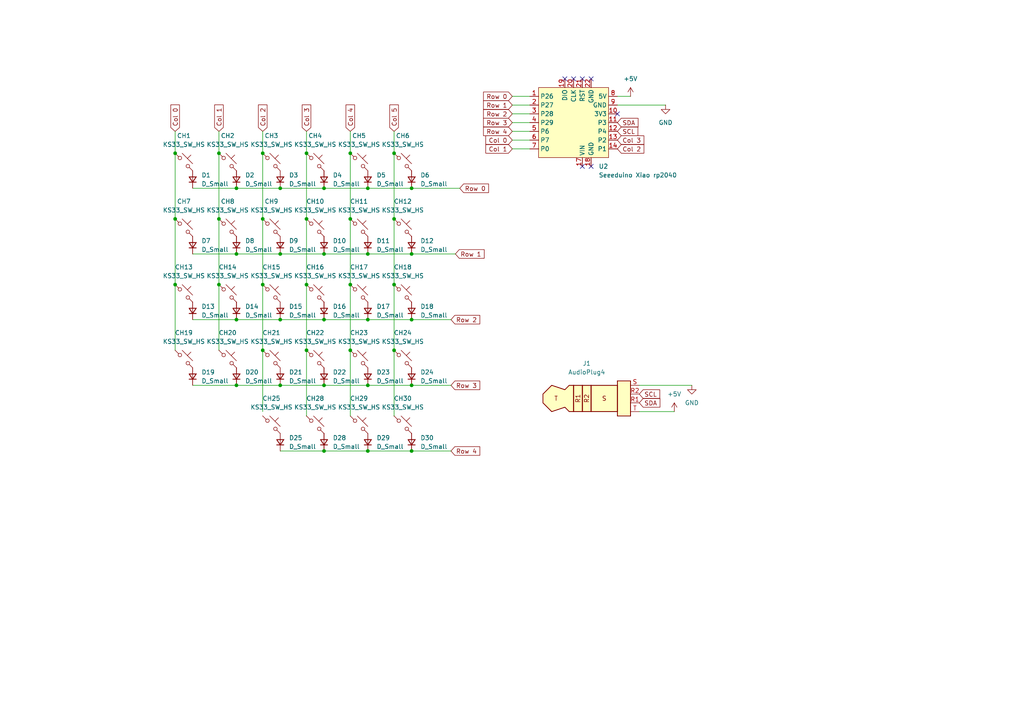
<source format=kicad_sch>
(kicad_sch (version 20231120) (generator "eeschema") (generator_version "8.0")
  (paper "A4")
  (lib_symbols
    (symbol "Connector_Audio:AudioPlug4"
      (property "Reference" "J" (at 10.16 5.08 0))
      (property "Value" "AudioPlug4" (at 11.43 -7.62 0))
      (symbol "AudioPlug4_0_0"
        (text "R1" (at -2.54 -1.27 900) (effects (font (size 1.27 1.27))))
        (text "R2" (at 0 -1.27 900) (effects (font (size 1.27 1.27))))
        (text "S" (at 5.08 -1.27 0) (effects (font (size 1.27 1.27))))
        (text "T" (at -8.89 -1.27 0) (effects (font (size 1.27 1.27))))
      )
      (symbol "AudioPlug4_0_1"
        (rectangle (start -1.27 2.54) (end -3.81 -5.08) (stroke (width 0.254)) (fill (type background)))
        (polyline (pts (xy -3.81 2.54) (xy -5.08 2.54) (xy -6.35 1.27) (xy -10.16 2.54) (xy -12.7 0) (xy -12.7 -2.54) (xy -10.16 -5.08) (xy -6.35 -3.81) (xy -5.08 -5.08) (xy -3.81 -5.08) (xy -3.81 2.54)) (stroke (width 0.254)) (fill (type background)))
        (rectangle (start 1.27 2.54) (end -1.27 -5.08) (stroke (width 0.254)) (fill (type background)))
        (rectangle (start 1.27 2.54) (end 8.89 -5.08) (stroke (width 0.254)) (fill (type background)))
        (rectangle (start 12.7 3.81) (end 8.89 -6.35) (stroke (width 0.254)) (fill (type background)))
      )
      (symbol "AudioPlug4_1_1"
        (pin passive line (at 15.24 -2.54 180) (length 2.54) (name "~") (number "R1"))
        (pin passive line (at 15.24 0 180) (length 2.54) (name "~") (number "R2"))
        (pin passive line (at 15.24 2.54 180) (length 2.54) (name "~") (number "S"))
        (pin passive line (at 15.24 -5.08 180) (length 2.54) (name "~") (number "T"))
      )
    )
    (symbol "Device:D_Small" (pin_numbers hide) (pin_names (offset 0.254) hide)
      (property "Reference" "D" (at -1.27 2.032 0))
      (property "Value" "D_Small" (at -3.81 -2.032 0))
      (symbol "D_Small_0_1"
        (polyline (pts (xy -0.762 -1.016) (xy -0.762 1.016)) (stroke (width 0.254)))
        (polyline (pts (xy -0.762 0) (xy 0.762 0)))
        (polyline (pts (xy 0.762 -1.016) (xy -0.762 0) (xy 0.762 1.016) (xy 0.762 -1.016)) (stroke (width 0.254)))
      )
      (symbol "D_Small_1_1"
        (pin passive line (at -2.54 0 0) (length 1.778) (name "K") (number "1"))
        (pin passive line (at 2.54 0 180) (length 1.778) (name "A") (number "2"))
      )
    )
    (symbol "PCM_marbastlib-gateron_lp:KS33_SW_HS_KS-2P02B01-02" (pin_numbers hide) (pin_names (offset 1.016) hide)
      (property "Reference" "CH" (at 3.048 1.016 0))
      (property "Value" "KS33_SW_HS" (at 0 -3.81 0))
      (symbol "KS33_SW_HS_KS-2P02B01-02_0_1"
        (circle (center -1.1684 1.1684) (radius 0.508))
        (polyline (pts (xy -0.508 2.54) (xy 2.54 -0.508)))
        (polyline (pts (xy 1.016 1.016) (xy 2.032 2.032)))
        (polyline (pts (xy -2.54 2.54) (xy -1.524 1.524) (xy -1.524 1.524)))
        (polyline (pts (xy 1.524 -1.524) (xy 2.54 -2.54) (xy 2.54 -2.54) (xy 2.54 -2.54)))
        (circle (center 1.143 -1.1938) (radius 0.508))
        (pin passive line (at -2.54 2.54 0) (length 0) (name "1") (number "1"))
        (pin passive line (at 2.54 -2.54 180) (length 0) (name "2") (number "2"))
      )
    )
    (symbol "PCM_marbastlib-promicroish:Seeeduino_Xiao_rp2040" (in_bom no)
      (property "Reference" "U" (at -10.16 -12.7 0))
      (property "Value" "Seeeduino Xiao rp2040" (at -10.16 -15.24 0))
      (symbol "Seeeduino_Xiao_rp2040_1_0"
        (pin bidirectional line (at -12.7 7.62 0) (length 2.54) (name "P26") (number "1"))
        (pin power_out line (at 12.7 2.54 180) (length 2.54) (name "3V3") (number "10"))
        (pin bidirectional line (at 12.7 0 180) (length 2.54) (name "P3") (number "11"))
        (pin bidirectional line (at 12.7 -2.54 180) (length 2.54) (name "P4") (number "12"))
        (pin bidirectional line (at 12.7 -5.08 180) (length 2.54) (name "P2") (number "13"))
        (pin bidirectional line (at 12.7 -7.62 180) (length 2.54) (name "P1") (number "14"))
        (pin power_in line (at 2.54 -12.7 90) (length 2.54) (name "VIN") (number "17"))
        (pin power_in line (at 5.08 -12.7 90) (length 2.54) (name "GND") (number "18"))
        (pin bidirectional line (at -2.54 12.7 270) (length 2.54) (name "DIO") (number "19"))
        (pin bidirectional line (at -12.7 5.08 0) (length 2.54) (name "P27") (number "2"))
        (pin bidirectional line (at 0 12.7 270) (length 2.54) (name "CLK") (number "20"))
        (pin bidirectional line (at 2.54 12.7 270) (length 2.54) (name "RST") (number "21"))
        (pin power_out line (at 5.08 12.7 270) (length 2.54) (name "GND") (number "22"))
        (pin bidirectional line (at -12.7 2.54 0) (length 2.54) (name "P28") (number "3"))
        (pin bidirectional line (at -12.7 0 0) (length 2.54) (name "P29") (number "4"))
        (pin bidirectional line (at -12.7 -2.54 0) (length 2.54) (name "P6") (number "5"))
        (pin bidirectional line (at -12.7 -5.08 0) (length 2.54) (name "P7") (number "6"))
        (pin bidirectional line (at -12.7 -7.62 0) (length 2.54) (name "P0") (number "7"))
        (pin power_out line (at 12.7 7.62 180) (length 2.54) (name "5V") (number "8"))
        (pin power_out line (at 12.7 5.08 180) (length 2.54) (name "GND") (number "9"))
      )
      (symbol "Seeeduino_Xiao_rp2040_1_1"
        (rectangle (start -10.16 10.16) (end 10.16 -10.16) (fill (type background)))
      )
    )
    (symbol "power:+5V" (power) (pin_numbers hide) (pin_names (offset 0) hide)
      (property "Value" "+5V" (at 0 3.556 0))
      (symbol "+5V_0_1"
        (polyline (pts (xy -0.762 1.27) (xy 0 2.54)))
        (polyline (pts (xy 0 0) (xy 0 2.54)))
        (polyline (pts (xy 0 2.54) (xy 0.762 1.27)))
      )
      (symbol "+5V_1_1"
        (pin power_in line (at 0 0 90) (length 0) (name "~") (number "1"))
      )
    )
    (symbol "power:GND" (power) (pin_numbers hide) (pin_names (offset 0) hide)
      (property "Value" "GND" (at 0 -3.81 0))
      (symbol "GND_0_1"
        (polyline (pts (xy 0 0) (xy 0 -1.27) (xy 1.27 -1.27) (xy 0 -2.54) (xy -1.27 -1.27) (xy 0 -1.27)))
      )
      (symbol "GND_1_1"
        (pin power_in line (at 0 0 270) (length 0) (name "~") (number "1"))
      )
    )
  )
  (junction (at 101.6 44.45))
  (junction (at 93.98 73.66))
  (junction (at 68.58 111.76))
  (junction (at 50.8 44.45))
  (junction (at 106.68 54.61))
  (junction (at 119.38 73.66))
  (junction (at 114.3 101.6))
  (junction (at 50.8 63.5))
  (junction (at 81.28 73.66))
  (junction (at 114.3 63.5))
  (junction (at 114.3 82.55))
  (junction (at 81.28 111.76))
  (junction (at 88.9 101.6))
  (junction (at 93.98 111.76))
  (junction (at 101.6 101.6))
  (junction (at 106.68 130.81))
  (junction (at 63.5 44.45))
  (junction (at 106.68 73.66))
  (junction (at 76.2 63.5))
  (junction (at 81.28 92.71))
  (junction (at 68.58 73.66))
  (junction (at 63.5 63.5))
  (junction (at 106.68 111.76))
  (junction (at 101.6 63.5))
  (junction (at 119.38 130.81))
  (junction (at 63.5 82.55))
  (junction (at 76.2 82.55))
  (junction (at 119.38 54.61))
  (junction (at 114.3 44.45))
  (junction (at 50.8 82.55))
  (junction (at 88.9 44.45))
  (junction (at 68.58 54.61))
  (junction (at 81.28 54.61))
  (junction (at 93.98 54.61))
  (junction (at 76.2 44.45))
  (junction (at 88.9 63.5))
  (junction (at 119.38 92.71))
  (junction (at 76.2 101.6))
  (junction (at 68.58 92.71))
  (junction (at 88.9 82.55))
  (junction (at 101.6 82.55))
  (junction (at 93.98 130.81))
  (junction (at 93.98 92.71))
  (junction (at 106.68 92.71))
  (junction (at 119.38 111.76))
  (no_connect (at 171.45 48.26))
  (no_connect (at 166.37 22.86))
  (no_connect (at 163.83 22.86))
  (no_connect (at 168.91 48.26))
  (no_connect (at 168.91 22.86))
  (no_connect (at 171.45 22.86))
  (no_connect (at 179.07 33.02))
  (wire (pts (xy 179.07 30.48) (xy 193.04 30.48)))
  (wire (pts (xy 81.28 111.76) (xy 93.98 111.76)))
  (wire (pts (xy 106.68 73.66) (xy 119.38 73.66)))
  (wire (pts (xy 88.9 101.6) (xy 88.9 120.65)))
  (wire (pts (xy 119.38 130.81) (xy 130.81 130.81)))
  (wire (pts (xy 106.68 92.71) (xy 119.38 92.71)))
  (wire (pts (xy 148.59 38.1) (xy 153.67 38.1)))
  (wire (pts (xy 88.9 63.5) (xy 88.9 82.55)))
  (wire (pts (xy 148.59 35.56) (xy 153.67 35.56)))
  (wire (pts (xy 114.3 82.55) (xy 114.3 101.6)))
  (wire (pts (xy 185.42 119.38) (xy 195.58 119.38)))
  (wire (pts (xy 63.5 82.55) (xy 63.5 101.6)))
  (wire (pts (xy 93.98 54.61) (xy 106.68 54.61)))
  (wire (pts (xy 185.42 111.76) (xy 200.66 111.76)))
  (wire (pts (xy 93.98 111.76) (xy 106.68 111.76)))
  (wire (pts (xy 114.3 101.6) (xy 114.3 120.65)))
  (wire (pts (xy 81.28 92.71) (xy 93.98 92.71)))
  (wire (pts (xy 50.8 63.5) (xy 50.8 82.55)))
  (wire (pts (xy 88.9 82.55) (xy 88.9 101.6)))
  (wire (pts (xy 106.68 54.61) (xy 119.38 54.61)))
  (wire (pts (xy 148.59 27.94) (xy 153.67 27.94)))
  (wire (pts (xy 101.6 82.55) (xy 101.6 101.6)))
  (wire (pts (xy 101.6 44.45) (xy 101.6 38.1)))
  (wire (pts (xy 50.8 82.55) (xy 50.8 101.6)))
  (wire (pts (xy 148.59 40.64) (xy 153.67 40.64)))
  (wire (pts (xy 101.6 63.5) (xy 101.6 82.55)))
  (wire (pts (xy 81.28 54.61) (xy 93.98 54.61)))
  (wire (pts (xy 101.6 44.45) (xy 101.6 63.5)))
  (wire (pts (xy 88.9 44.45) (xy 88.9 63.5)))
  (wire (pts (xy 63.5 44.45) (xy 63.5 63.5)))
  (wire (pts (xy 119.38 92.71) (xy 130.81 92.71)))
  (wire (pts (xy 55.88 111.76) (xy 68.58 111.76)))
  (wire (pts (xy 119.38 73.66) (xy 132.08 73.66)))
  (wire (pts (xy 50.8 44.45) (xy 50.8 38.1)))
  (wire (pts (xy 119.38 111.76) (xy 130.81 111.76)))
  (wire (pts (xy 68.58 111.76) (xy 81.28 111.76)))
  (wire (pts (xy 81.28 130.81) (xy 93.98 130.81)))
  (wire (pts (xy 76.2 101.6) (xy 76.2 119.38)))
  (wire (pts (xy 55.88 73.66) (xy 68.58 73.66)))
  (wire (pts (xy 55.88 54.61) (xy 68.58 54.61)))
  (wire (pts (xy 119.38 54.61) (xy 133.35 54.61)))
  (wire (pts (xy 148.59 33.02) (xy 153.67 33.02)))
  (wire (pts (xy 81.28 73.66) (xy 93.98 73.66)))
  (wire (pts (xy 93.98 92.71) (xy 106.68 92.71)))
  (wire (pts (xy 148.59 43.18) (xy 153.67 43.18)))
  (wire (pts (xy 93.98 130.81) (xy 106.68 130.81)))
  (wire (pts (xy 76.2 44.45) (xy 76.2 63.5)))
  (wire (pts (xy 88.9 44.45) (xy 88.9 38.1)))
  (wire (pts (xy 106.68 111.76) (xy 119.38 111.76)))
  (wire (pts (xy 114.3 63.5) (xy 114.3 82.55)))
  (wire (pts (xy 106.68 130.81) (xy 119.38 130.81)))
  (wire (pts (xy 76.2 63.5) (xy 76.2 82.55)))
  (wire (pts (xy 68.58 92.71) (xy 81.28 92.71)))
  (wire (pts (xy 76.2 82.55) (xy 76.2 101.6)))
  (wire (pts (xy 101.6 101.6) (xy 101.6 120.65)))
  (wire (pts (xy 93.98 73.66) (xy 106.68 73.66)))
  (wire (pts (xy 68.58 54.61) (xy 81.28 54.61)))
  (wire (pts (xy 68.58 73.66) (xy 81.28 73.66)))
  (wire (pts (xy 148.59 30.48) (xy 153.67 30.48)))
  (wire (pts (xy 55.88 92.71) (xy 68.58 92.71)))
  (wire (pts (xy 63.5 63.5) (xy 63.5 82.55)))
  (wire (pts (xy 63.5 44.45) (xy 63.5 38.1)))
  (wire (pts (xy 76.2 44.45) (xy 76.2 38.1)))
  (wire (pts (xy 50.8 44.45) (xy 50.8 63.5)))
  (wire (pts (xy 114.3 44.45) (xy 114.3 63.5)))
  (wire (pts (xy 114.3 44.45) (xy 114.3 38.1)))
  (wire (pts (xy 182.88 27.94) (xy 179.07 27.94)))
  (global_label "Col 1" (shape input) (at 63.5 38.1 90) (property "Intersheetrefs" "${INTERSHEET_REFS}" (effects (hide yes))))
  (global_label "Col 1" (shape input) (at 148.59 43.18 180) (property "Intersheetrefs" "${INTERSHEET_REFS}" (effects (hide yes))))
  (global_label "Row 4" (shape input) (at 148.59 38.1 180) (property "Intersheetrefs" "${INTERSHEET_REFS}" (effects (hide yes))))
  (global_label "SCL" (shape input) (at 185.42 114.3 0) (property "Intersheetrefs" "${INTERSHEET_REFS}" (effects (hide yes))))
  (global_label "Row 2" (shape input) (at 148.59 33.02 180) (property "Intersheetrefs" "${INTERSHEET_REFS}" (effects (hide yes))))
  (global_label "Col 0" (shape input) (at 50.8 38.1 90) (property "Intersheetrefs" "${INTERSHEET_REFS}" (effects (hide yes))))
  (global_label "Col 2" (shape input) (at 179.07 43.18 0) (property "Intersheetrefs" "${INTERSHEET_REFS}" (effects (hide yes))))
  (global_label "SDA" (shape input) (at 185.42 116.84 0) (property "Intersheetrefs" "${INTERSHEET_REFS}" (effects (hide yes))))
  (global_label "Row 4" (shape input) (at 130.81 130.81 0) (property "Intersheetrefs" "${INTERSHEET_REFS}" (effects (hide yes))))
  (global_label "Row 3" (shape input) (at 130.81 111.76 0) (property "Intersheetrefs" "${INTERSHEET_REFS}" (effects (hide yes))))
  (global_label "Col 3" (shape input) (at 179.07 40.64 0) (property "Intersheetrefs" "${INTERSHEET_REFS}" (effects (hide yes))))
  (global_label "SDA" (shape input) (at 179.07 35.56 0) (property "Intersheetrefs" "${INTERSHEET_REFS}" (effects (hide yes))))
  (global_label "Row 1" (shape input) (at 132.08 73.66 0) (property "Intersheetrefs" "${INTERSHEET_REFS}" (effects (hide yes))))
  (global_label "Row 3" (shape input) (at 148.59 35.56 180) (property "Intersheetrefs" "${INTERSHEET_REFS}" (effects (hide yes))))
  (global_label "Col 4" (shape input) (at 101.6 38.1 90) (property "Intersheetrefs" "${INTERSHEET_REFS}" (effects (hide yes))))
  (global_label "SCL" (shape input) (at 179.07 38.1 0) (property "Intersheetrefs" "${INTERSHEET_REFS}" (effects (hide yes))))
  (global_label "Col 2" (shape input) (at 76.2 38.1 90) (property "Intersheetrefs" "${INTERSHEET_REFS}" (effects (hide yes))))
  (global_label "Col 3" (shape input) (at 88.9 38.1 90) (property "Intersheetrefs" "${INTERSHEET_REFS}" (effects (hide yes))))
  (global_label "Row 0" (shape input) (at 148.59 27.94 180) (property "Intersheetrefs" "${INTERSHEET_REFS}" (effects (hide yes))))
  (global_label "Col 5" (shape input) (at 114.3 38.1 90) (property "Intersheetrefs" "${INTERSHEET_REFS}" (effects (hide yes))))
  (global_label "Row 1" (shape input) (at 148.59 30.48 180) (property "Intersheetrefs" "${INTERSHEET_REFS}" (effects (hide yes))))
  (global_label "Row 0" (shape input) (at 133.35 54.61 0) (property "Intersheetrefs" "${INTERSHEET_REFS}" (effects (hide yes))))
  (global_label "Row 2" (shape input) (at 130.81 92.71 0) (property "Intersheetrefs" "${INTERSHEET_REFS}" (effects (hide yes))))
  (global_label "Col 0" (shape input) (at 148.59 40.64 180) (property "Intersheetrefs" "${INTERSHEET_REFS}" (effects (hide yes))))
  (symbol (lib_id "PCM_marbastlib-gateron_lp:KS33_SW_HS_KS-2P02B01-02") (at 91.44 85.09 0) (unit 1)
    (property "Reference" "CH16" (at 91.44 77.47 0))
    (property "Value" "KS33_SW_HS" (at 91.44 80.01 0))
    (property "Footprint" "sighol:Kailh_socket_PG1350_optional_reversible_clean" (effects (hide yes)))
    (property "Description" "Push button switch, normally open, two pins, 45° tilted" (effects (hide yes)))
  )
  (symbol (lib_id "PCM_marbastlib-gateron_lp:KS33_SW_HS_KS-2P02B01-02") (at 53.34 66.04 0) (unit 1)
    (property "Reference" "CH7" (at 53.34 58.42 0))
    (property "Value" "KS33_SW_HS" (at 53.34 60.96 0))
    (property "Footprint" "sighol:Kailh_socket_PG1350_optional_reversible_clean" (effects (hide yes)))
    (property "Description" "Push button switch, normally open, two pins, 45° tilted" (effects (hide yes)))
  )
  (symbol (lib_id "Device:D_Small") (at 106.68 90.17 90) (unit 1)
    (property "Reference" "D17" (at 109.22 88.8999 90) (effects (justify right)))
    (property "Value" "D_Small" (at 109.22 91.4399 90) (effects (justify right)))
    (property "Footprint" "Diode_THT:D_DO-35_SOD27_P7.62mm_Horizontal" (effects (hide yes)))
    (property "Description" "Diode, small symbol" (effects (hide yes)))
    (property "Sim.Device" "D" (effects (hide yes)))
    (property "Sim.Pins" "1=K 2=A" (effects (hide yes)))
  )
  (symbol (lib_id "Device:D_Small") (at 119.38 109.22 90) (unit 1)
    (property "Reference" "D24" (at 121.92 107.9499 90) (effects (justify right)))
    (property "Value" "D_Small" (at 121.92 110.4899 90) (effects (justify right)))
    (property "Footprint" "Diode_THT:D_DO-35_SOD27_P7.62mm_Horizontal" (effects (hide yes)))
    (property "Description" "Diode, small symbol" (effects (hide yes)))
    (property "Sim.Device" "D" (effects (hide yes)))
    (property "Sim.Pins" "1=K 2=A" (effects (hide yes)))
  )
  (symbol (lib_id "PCM_marbastlib-gateron_lp:KS33_SW_HS_KS-2P02B01-02") (at 66.04 46.99 0) (unit 1)
    (property "Reference" "CH2" (at 66.04 39.37 0))
    (property "Value" "KS33_SW_HS" (at 66.04 41.91 0))
    (property "Footprint" "sighol:Kailh_socket_PG1350_optional_reversible_clean" (effects (hide yes)))
    (property "Description" "Push button switch, normally open, two pins, 45° tilted" (effects (hide yes)))
  )
  (symbol (lib_id "Device:D_Small") (at 93.98 90.17 90) (unit 1)
    (property "Reference" "D16" (at 96.52 88.8999 90) (effects (justify right)))
    (property "Value" "D_Small" (at 96.52 91.4399 90) (effects (justify right)))
    (property "Footprint" "Diode_THT:D_DO-35_SOD27_P7.62mm_Horizontal" (effects (hide yes)))
    (property "Description" "Diode, small symbol" (effects (hide yes)))
    (property "Sim.Device" "D" (effects (hide yes)))
    (property "Sim.Pins" "1=K 2=A" (effects (hide yes)))
  )
  (symbol (lib_id "PCM_marbastlib-gateron_lp:KS33_SW_HS_KS-2P02B01-02") (at 116.84 66.04 0) (unit 1)
    (property "Reference" "CH12" (at 116.84 58.42 0))
    (property "Value" "KS33_SW_HS" (at 116.84 60.96 0))
    (property "Footprint" "sighol:Kailh_socket_PG1350_optional_reversible_clean" (effects (hide yes)))
    (property "Description" "Push button switch, normally open, two pins, 45° tilted" (effects (hide yes)))
  )
  (symbol (lib_id "PCM_marbastlib-gateron_lp:KS33_SW_HS_KS-2P02B01-02") (at 104.14 46.99 0) (unit 1)
    (property "Reference" "CH5" (at 104.14 39.37 0))
    (property "Value" "KS33_SW_HS" (at 104.14 41.91 0))
    (property "Footprint" "sighol:Kailh_socket_PG1350_optional_reversible_clean" (effects (hide yes)))
    (property "Description" "Push button switch, normally open, two pins, 45° tilted" (effects (hide yes)))
  )
  (symbol (lib_id "power:GND") (at 193.04 30.48 0) (unit 1)
    (property "Reference" "#PWR06" (effects (hide yes)))
    (property "Value" "GND" (at 193.04 35.56 0))
    (property "Description" "Power symbol creates a global label with name \"GND\" , ground" (effects (hide yes)))
  )
  (symbol (lib_id "PCM_marbastlib-gateron_lp:KS33_SW_HS_KS-2P02B01-02") (at 91.44 104.14 0) (unit 1)
    (property "Reference" "CH22" (at 91.44 96.52 0))
    (property "Value" "KS33_SW_HS" (at 91.44 99.06 0))
    (property "Footprint" "sighol:Kailh_socket_PG1350_optional_reversible_clean" (effects (hide yes)))
    (property "Description" "Push button switch, normally open, two pins, 45° tilted" (effects (hide yes)))
  )
  (symbol (lib_id "PCM_marbastlib-gateron_lp:KS33_SW_HS_KS-2P02B01-02") (at 78.74 104.14 0) (unit 1)
    (property "Reference" "CH21" (at 78.74 96.52 0))
    (property "Value" "KS33_SW_HS" (at 78.74 99.06 0))
    (property "Footprint" "sighol:Kailh_socket_PG1350_optional_reversible_clean" (effects (hide yes)))
    (property "Description" "Push button switch, normally open, two pins, 45° tilted" (effects (hide yes)))
  )
  (symbol (lib_id "Device:D_Small") (at 106.68 109.22 90) (unit 1)
    (property "Reference" "D23" (at 109.22 107.9499 90) (effects (justify right)))
    (property "Value" "D_Small" (at 109.22 110.4899 90) (effects (justify right)))
    (property "Footprint" "Diode_THT:D_DO-35_SOD27_P7.62mm_Horizontal" (effects (hide yes)))
    (property "Description" "Diode, small symbol" (effects (hide yes)))
    (property "Sim.Device" "D" (effects (hide yes)))
    (property "Sim.Pins" "1=K 2=A" (effects (hide yes)))
  )
  (symbol (lib_id "PCM_marbastlib-gateron_lp:KS33_SW_HS_KS-2P02B01-02") (at 91.44 46.99 0) (unit 1)
    (property "Reference" "CH4" (at 91.44 39.37 0))
    (property "Value" "KS33_SW_HS" (at 91.44 41.91 0))
    (property "Footprint" "sighol:Kailh_socket_PG1350_optional_reversible_clean" (effects (hide yes)))
    (property "Description" "Push button switch, normally open, two pins, 45° tilted" (effects (hide yes)))
  )
  (symbol (lib_id "Device:D_Small") (at 81.28 109.22 90) (unit 1)
    (property "Reference" "D21" (at 83.82 107.9499 90) (effects (justify right)))
    (property "Value" "D_Small" (at 83.82 110.4899 90) (effects (justify right)))
    (property "Footprint" "Diode_THT:D_DO-35_SOD27_P7.62mm_Horizontal" (effects (hide yes)))
    (property "Description" "Diode, small symbol" (effects (hide yes)))
    (property "Sim.Device" "D" (effects (hide yes)))
    (property "Sim.Pins" "1=K 2=A" (effects (hide yes)))
  )
  (symbol (lib_id "Device:D_Small") (at 68.58 71.12 90) (unit 1)
    (property "Reference" "D8" (at 71.12 69.8499 90) (effects (justify right)))
    (property "Value" "D_Small" (at 71.12 72.3899 90) (effects (justify right)))
    (property "Footprint" "Diode_THT:D_DO-35_SOD27_P7.62mm_Horizontal" (effects (hide yes)))
    (property "Description" "Diode, small symbol" (effects (hide yes)))
    (property "Sim.Device" "D" (effects (hide yes)))
    (property "Sim.Pins" "1=K 2=A" (effects (hide yes)))
  )
  (symbol (lib_id "Device:D_Small") (at 93.98 109.22 90) (unit 1)
    (property "Reference" "D22" (at 96.52 107.9499 90) (effects (justify right)))
    (property "Value" "D_Small" (at 96.52 110.4899 90) (effects (justify right)))
    (property "Footprint" "Diode_THT:D_DO-35_SOD27_P7.62mm_Horizontal" (effects (hide yes)))
    (property "Description" "Diode, small symbol" (effects (hide yes)))
    (property "Sim.Device" "D" (effects (hide yes)))
    (property "Sim.Pins" "1=K 2=A" (effects (hide yes)))
  )
  (symbol (lib_id "PCM_marbastlib-gateron_lp:KS33_SW_HS_KS-2P02B01-02") (at 53.34 85.09 0) (unit 1)
    (property "Reference" "CH13" (at 53.34 77.47 0))
    (property "Value" "KS33_SW_HS" (at 53.34 80.01 0))
    (property "Footprint" "sighol:Kailh_socket_PG1350_optional_reversible_clean" (effects (hide yes)))
    (property "Description" "Push button switch, normally open, two pins, 45° tilted" (effects (hide yes)))
  )
  (symbol (lib_id "Device:D_Small") (at 93.98 52.07 90) (unit 1)
    (property "Reference" "D4" (at 96.52 50.7999 90) (effects (justify right)))
    (property "Value" "D_Small" (at 96.52 53.3399 90) (effects (justify right)))
    (property "Footprint" "Diode_THT:D_DO-35_SOD27_P7.62mm_Horizontal" (effects (hide yes)))
    (property "Description" "Diode, small symbol" (effects (hide yes)))
    (property "Sim.Device" "D" (effects (hide yes)))
    (property "Sim.Pins" "1=K 2=A" (effects (hide yes)))
  )
  (symbol (lib_id "PCM_marbastlib-gateron_lp:KS33_SW_HS_KS-2P02B01-02") (at 116.84 123.19 0) (unit 1)
    (property "Reference" "CH30" (at 116.84 115.57 0))
    (property "Value" "KS33_SW_HS" (at 116.84 118.11 0))
    (property "Footprint" "sighol:Kailh_socket_PG1350_optional_reversible_clean" (effects (hide yes)))
    (property "Description" "Push button switch, normally open, two pins, 45° tilted" (effects (hide yes)))
  )
  (symbol (lib_id "Device:D_Small") (at 55.88 109.22 90) (unit 1)
    (property "Reference" "D19" (at 58.42 107.9499 90) (effects (justify right)))
    (property "Value" "D_Small" (at 58.42 110.4899 90) (effects (justify right)))
    (property "Footprint" "Diode_THT:D_DO-35_SOD27_P7.62mm_Horizontal" (effects (hide yes)))
    (property "Description" "Diode, small symbol" (effects (hide yes)))
    (property "Sim.Device" "D" (effects (hide yes)))
    (property "Sim.Pins" "1=K 2=A" (effects (hide yes)))
  )
  (symbol (lib_id "PCM_marbastlib-gateron_lp:KS33_SW_HS_KS-2P02B01-02") (at 116.84 85.09 0) (unit 1)
    (property "Reference" "CH18" (at 116.84 77.47 0))
    (property "Value" "KS33_SW_HS" (at 116.84 80.01 0))
    (property "Footprint" "sighol:Kailh_socket_PG1350_optional_reversible_clean" (effects (hide yes)))
    (property "Description" "Push button switch, normally open, two pins, 45° tilted" (effects (hide yes)))
  )
  (symbol (lib_id "Device:D_Small") (at 93.98 128.27 90) (unit 1)
    (property "Reference" "D28" (at 96.52 126.9999 90) (effects (justify right)))
    (property "Value" "D_Small" (at 96.52 129.5399 90) (effects (justify right)))
    (property "Footprint" "Diode_THT:D_DO-35_SOD27_P7.62mm_Horizontal" (effects (hide yes)))
    (property "Description" "Diode, small symbol" (effects (hide yes)))
    (property "Sim.Device" "D" (effects (hide yes)))
    (property "Sim.Pins" "1=K 2=A" (effects (hide yes)))
  )
  (symbol (lib_id "Connector_Audio:AudioPlug4") (at 170.18 114.3 0) (unit 1)
    (property "Reference" "J1" (at 170.18 105.41 0))
    (property "Value" "AudioPlug4" (at 170.18 107.95 0))
    (property "Footprint" "sighol:TRRS-PJ-320A" (effects (hide yes)))
    (property "Description" "Audio Jack, 4 Poles (Stereo / TRRS)" (effects (hide yes)))
  )
  (symbol (lib_id "PCM_marbastlib-gateron_lp:KS33_SW_HS_KS-2P02B01-02") (at 104.14 85.09 0) (unit 1)
    (property "Reference" "CH17" (at 104.14 77.47 0))
    (property "Value" "KS33_SW_HS" (at 104.14 80.01 0))
    (property "Footprint" "sighol:Kailh_socket_PG1350_optional_reversible_clean" (effects (hide yes)))
    (property "Description" "Push button switch, normally open, two pins, 45° tilted" (effects (hide yes)))
  )
  (symbol (lib_id "Device:D_Small") (at 55.88 90.17 90) (unit 1)
    (property "Reference" "D13" (at 58.42 88.8999 90) (effects (justify right)))
    (property "Value" "D_Small" (at 58.42 91.4399 90) (effects (justify right)))
    (property "Footprint" "Diode_THT:D_DO-35_SOD27_P7.62mm_Horizontal" (effects (hide yes)))
    (property "Description" "Diode, small symbol" (effects (hide yes)))
    (property "Sim.Device" "D" (effects (hide yes)))
    (property "Sim.Pins" "1=K 2=A" (effects (hide yes)))
  )
  (symbol (lib_id "Device:D_Small") (at 106.68 71.12 90) (unit 1)
    (property "Reference" "D11" (at 109.22 69.8499 90) (effects (justify right)))
    (property "Value" "D_Small" (at 109.22 72.3899 90) (effects (justify right)))
    (property "Footprint" "Diode_THT:D_DO-35_SOD27_P7.62mm_Horizontal" (effects (hide yes)))
    (property "Description" "Diode, small symbol" (effects (hide yes)))
    (property "Sim.Device" "D" (effects (hide yes)))
    (property "Sim.Pins" "1=K 2=A" (effects (hide yes)))
  )
  (symbol (lib_id "PCM_marbastlib-gateron_lp:KS33_SW_HS_KS-2P02B01-02") (at 53.34 46.99 0) (unit 1)
    (property "Reference" "CH1" (at 53.34 39.37 0))
    (property "Value" "KS33_SW_HS" (at 53.34 41.91 0))
    (property "Footprint" "sighol:Kailh_socket_PG1350_optional_reversible_clean" (effects (hide yes)))
    (property "Description" "Push button switch, normally open, two pins, 45° tilted" (effects (hide yes)))
  )
  (symbol (lib_id "PCM_marbastlib-gateron_lp:KS33_SW_HS_KS-2P02B01-02") (at 104.14 66.04 0) (unit 1)
    (property "Reference" "CH11" (at 104.14 58.42 0))
    (property "Value" "KS33_SW_HS" (at 104.14 60.96 0))
    (property "Footprint" "sighol:Kailh_socket_PG1350_optional_reversible_clean" (effects (hide yes)))
    (property "Description" "Push button switch, normally open, two pins, 45° tilted" (effects (hide yes)))
  )
  (symbol (lib_id "Device:D_Small") (at 68.58 90.17 90) (unit 1)
    (property "Reference" "D14" (at 71.12 88.8999 90) (effects (justify right)))
    (property "Value" "D_Small" (at 71.12 91.4399 90) (effects (justify right)))
    (property "Footprint" "Diode_THT:D_DO-35_SOD27_P7.62mm_Horizontal" (effects (hide yes)))
    (property "Description" "Diode, small symbol" (effects (hide yes)))
    (property "Sim.Device" "D" (effects (hide yes)))
    (property "Sim.Pins" "1=K 2=A" (effects (hide yes)))
  )
  (symbol (lib_id "PCM_marbastlib-gateron_lp:KS33_SW_HS_KS-2P02B01-02") (at 116.84 104.14 0) (unit 1)
    (property "Reference" "CH24" (at 116.84 96.52 0))
    (property "Value" "KS33_SW_HS" (at 116.84 99.06 0))
    (property "Footprint" "sighol:Kailh_socket_PG1350_optional_reversible_clean" (effects (hide yes)))
    (property "Description" "Push button switch, normally open, two pins, 45° tilted" (effects (hide yes)))
  )
  (symbol (lib_id "PCM_marbastlib-gateron_lp:KS33_SW_HS_KS-2P02B01-02") (at 66.04 104.14 0) (unit 1)
    (property "Reference" "CH20" (at 66.04 96.52 0))
    (property "Value" "KS33_SW_HS" (at 66.04 99.06 0))
    (property "Footprint" "sighol:Kailh_socket_PG1350_optional_reversible_clean" (effects (hide yes)))
    (property "Description" "Push button switch, normally open, two pins, 45° tilted" (effects (hide yes)))
  )
  (symbol (lib_id "PCM_marbastlib-gateron_lp:KS33_SW_HS_KS-2P02B01-02") (at 66.04 66.04 0) (unit 1)
    (property "Reference" "CH8" (at 66.04 58.42 0))
    (property "Value" "KS33_SW_HS" (at 66.04 60.96 0))
    (property "Footprint" "sighol:Kailh_socket_PG1350_optional_reversible_clean" (effects (hide yes)))
    (property "Description" "Push button switch, normally open, two pins, 45° tilted" (effects (hide yes)))
  )
  (symbol (lib_id "Device:D_Small") (at 106.68 128.27 90) (unit 1)
    (property "Reference" "D29" (at 109.22 126.9999 90) (effects (justify right)))
    (property "Value" "D_Small" (at 109.22 129.5399 90) (effects (justify right)))
    (property "Footprint" "Diode_THT:D_DO-35_SOD27_P7.62mm_Horizontal" (effects (hide yes)))
    (property "Description" "Diode, small symbol" (effects (hide yes)))
    (property "Sim.Device" "D" (effects (hide yes)))
    (property "Sim.Pins" "1=K 2=A" (effects (hide yes)))
  )
  (symbol (lib_id "PCM_marbastlib-gateron_lp:KS33_SW_HS_KS-2P02B01-02") (at 66.04 85.09 0) (unit 1)
    (property "Reference" "CH14" (at 66.04 77.47 0))
    (property "Value" "KS33_SW_HS" (at 66.04 80.01 0))
    (property "Footprint" "sighol:Kailh_socket_PG1350_optional_reversible_clean" (effects (hide yes)))
    (property "Description" "Push button switch, normally open, two pins, 45° tilted" (effects (hide yes)))
  )
  (symbol (lib_id "power:GND") (at 200.66 111.76 0) (unit 1)
    (property "Reference" "#PWR04" (effects (hide yes)))
    (property "Value" "GND" (at 200.66 116.84 0))
    (property "Description" "Power symbol creates a global label with name \"GND\" , ground" (effects (hide yes)))
  )
  (symbol (lib_id "Device:D_Small") (at 55.88 52.07 90) (unit 1)
    (property "Reference" "D1" (at 58.42 50.7999 90) (effects (justify right)))
    (property "Value" "D_Small" (at 58.42 53.3399 90) (effects (justify right)))
    (property "Footprint" "Diode_THT:D_DO-35_SOD27_P7.62mm_Horizontal" (effects (hide yes)))
    (property "Description" "Diode, small symbol" (effects (hide yes)))
    (property "Sim.Device" "D" (effects (hide yes)))
    (property "Sim.Pins" "1=K 2=A" (effects (hide yes)))
  )
  (symbol (lib_id "Device:D_Small") (at 93.98 71.12 90) (unit 1)
    (property "Reference" "D10" (at 96.52 69.8499 90) (effects (justify right)))
    (property "Value" "D_Small" (at 96.52 72.3899 90) (effects (justify right)))
    (property "Footprint" "Diode_THT:D_DO-35_SOD27_P7.62mm_Horizontal" (effects (hide yes)))
    (property "Description" "Diode, small symbol" (effects (hide yes)))
    (property "Sim.Device" "D" (effects (hide yes)))
    (property "Sim.Pins" "1=K 2=A" (effects (hide yes)))
  )
  (symbol (lib_id "Device:D_Small") (at 119.38 128.27 90) (unit 1)
    (property "Reference" "D30" (at 121.92 126.9999 90) (effects (justify right)))
    (property "Value" "D_Small" (at 121.92 129.5399 90) (effects (justify right)))
    (property "Footprint" "Diode_THT:D_DO-35_SOD27_P7.62mm_Horizontal" (effects (hide yes)))
    (property "Description" "Diode, small symbol" (effects (hide yes)))
    (property "Sim.Device" "D" (effects (hide yes)))
    (property "Sim.Pins" "1=K 2=A" (effects (hide yes)))
  )
  (symbol (lib_id "Device:D_Small") (at 106.68 52.07 90) (unit 1)
    (property "Reference" "D5" (at 109.22 50.7999 90) (effects (justify right)))
    (property "Value" "D_Small" (at 109.22 53.3399 90) (effects (justify right)))
    (property "Footprint" "Diode_THT:D_DO-35_SOD27_P7.62mm_Horizontal" (effects (hide yes)))
    (property "Description" "Diode, small symbol" (effects (hide yes)))
    (property "Sim.Device" "D" (effects (hide yes)))
    (property "Sim.Pins" "1=K 2=A" (effects (hide yes)))
  )
  (symbol (lib_id "Device:D_Small") (at 68.58 52.07 90) (unit 1)
    (property "Reference" "D2" (at 71.12 50.7999 90) (effects (justify right)))
    (property "Value" "D_Small" (at 71.12 53.3399 90) (effects (justify right)))
    (property "Footprint" "Diode_THT:D_DO-35_SOD27_P7.62mm_Horizontal" (effects (hide yes)))
    (property "Description" "Diode, small symbol" (effects (hide yes)))
    (property "Sim.Device" "D" (effects (hide yes)))
    (property "Sim.Pins" "1=K 2=A" (effects (hide yes)))
  )
  (symbol (lib_id "PCM_marbastlib-gateron_lp:KS33_SW_HS_KS-2P02B01-02") (at 104.14 123.19 0) (unit 1)
    (property "Reference" "CH29" (at 104.14 115.57 0))
    (property "Value" "KS33_SW_HS" (at 104.14 118.11 0))
    (property "Footprint" "sighol:Kailh_socket_PG1350_optional_reversible_clean" (effects (hide yes)))
    (property "Description" "Push button switch, normally open, two pins, 45° tilted" (effects (hide yes)))
  )
  (symbol (lib_id "PCM_marbastlib-gateron_lp:KS33_SW_HS_KS-2P02B01-02") (at 78.74 123.19 0) (unit 1)
    (property "Reference" "CH25" (at 78.74 115.57 0))
    (property "Value" "KS33_SW_HS" (at 78.74 118.11 0))
    (property "Footprint" "sighol:Kailh_socket_PG1350_optional_reversible_clean" (effects (hide yes)))
    (property "Description" "Push button switch, normally open, two pins, 45° tilted" (effects (hide yes)))
  )
  (symbol (lib_id "power:+5V") (at 195.58 119.38 0) (unit 1)
    (property "Reference" "#PWR03" (effects (hide yes)))
    (property "Value" "+5V" (at 195.58 114.3 0))
    (property "Description" "Power symbol creates a global label with name \"+5V\"" (effects (hide yes)))
  )
  (symbol (lib_id "Device:D_Small") (at 81.28 90.17 90) (unit 1)
    (property "Reference" "D15" (at 83.82 88.8999 90) (effects (justify right)))
    (property "Value" "D_Small" (at 83.82 91.4399 90) (effects (justify right)))
    (property "Footprint" "Diode_THT:D_DO-35_SOD27_P7.62mm_Horizontal" (effects (hide yes)))
    (property "Description" "Diode, small symbol" (effects (hide yes)))
    (property "Sim.Device" "D" (effects (hide yes)))
    (property "Sim.Pins" "1=K 2=A" (effects (hide yes)))
  )
  (symbol (lib_id "Device:D_Small") (at 81.28 52.07 90) (unit 1)
    (property "Reference" "D3" (at 83.82 50.7999 90) (effects (justify right)))
    (property "Value" "D_Small" (at 83.82 53.3399 90) (effects (justify right)))
    (property "Footprint" "Diode_THT:D_DO-35_SOD27_P7.62mm_Horizontal" (effects (hide yes)))
    (property "Description" "Diode, small symbol" (effects (hide yes)))
    (property "Sim.Device" "D" (effects (hide yes)))
    (property "Sim.Pins" "1=K 2=A" (effects (hide yes)))
  )
  (symbol (lib_id "PCM_marbastlib-gateron_lp:KS33_SW_HS_KS-2P02B01-02") (at 91.44 123.19 0) (unit 1)
    (property "Reference" "CH28" (at 91.44 115.57 0))
    (property "Value" "KS33_SW_HS" (at 91.44 118.11 0))
    (property "Footprint" "sighol:Kailh_socket_PG1350_optional_reversible_clean" (effects (hide yes)))
    (property "Description" "Push button switch, normally open, two pins, 45° tilted" (effects (hide yes)))
  )
  (symbol (lib_id "PCM_marbastlib-gateron_lp:KS33_SW_HS_KS-2P02B01-02") (at 78.74 66.04 0) (unit 1)
    (property "Reference" "CH9" (at 78.74 58.42 0))
    (property "Value" "KS33_SW_HS" (at 78.74 60.96 0))
    (property "Footprint" "sighol:Kailh_socket_PG1350_optional_reversible_clean" (effects (hide yes)))
    (property "Description" "Push button switch, normally open, two pins, 45° tilted" (effects (hide yes)))
  )
  (symbol (lib_id "Device:D_Small") (at 68.58 109.22 90) (unit 1)
    (property "Reference" "D20" (at 71.12 107.9499 90) (effects (justify right)))
    (property "Value" "D_Small" (at 71.12 110.4899 90) (effects (justify right)))
    (property "Footprint" "Diode_THT:D_DO-35_SOD27_P7.62mm_Horizontal" (effects (hide yes)))
    (property "Description" "Diode, small symbol" (effects (hide yes)))
    (property "Sim.Device" "D" (effects (hide yes)))
    (property "Sim.Pins" "1=K 2=A" (effects (hide yes)))
  )
  (symbol (lib_id "Device:D_Small") (at 119.38 71.12 90) (unit 1)
    (property "Reference" "D12" (at 121.92 69.8499 90) (effects (justify right)))
    (property "Value" "D_Small" (at 121.92 72.3899 90) (effects (justify right)))
    (property "Footprint" "Diode_THT:D_DO-35_SOD27_P7.62mm_Horizontal" (effects (hide yes)))
    (property "Description" "Diode, small symbol" (effects (hide yes)))
    (property "Sim.Device" "D" (effects (hide yes)))
    (property "Sim.Pins" "1=K 2=A" (effects (hide yes)))
  )
  (symbol (lib_id "Device:D_Small") (at 119.38 52.07 90) (unit 1)
    (property "Reference" "D6" (at 121.92 50.7999 90) (effects (justify right)))
    (property "Value" "D_Small" (at 121.92 53.3399 90) (effects (justify right)))
    (property "Footprint" "Diode_THT:D_DO-35_SOD27_P7.62mm_Horizontal" (effects (hide yes)))
    (property "Description" "Diode, small symbol" (effects (hide yes)))
    (property "Sim.Device" "D" (effects (hide yes)))
    (property "Sim.Pins" "1=K 2=A" (effects (hide yes)))
  )
  (symbol (lib_id "Device:D_Small") (at 81.28 71.12 90) (unit 1)
    (property "Reference" "D9" (at 83.82 69.8499 90) (effects (justify right)))
    (property "Value" "D_Small" (at 83.82 72.3899 90) (effects (justify right)))
    (property "Footprint" "Diode_THT:D_DO-35_SOD27_P7.62mm_Horizontal" (effects (hide yes)))
    (property "Description" "Diode, small symbol" (effects (hide yes)))
    (property "Sim.Device" "D" (effects (hide yes)))
    (property "Sim.Pins" "1=K 2=A" (effects (hide yes)))
  )
  (symbol (lib_id "PCM_marbastlib-gateron_lp:KS33_SW_HS_KS-2P02B01-02") (at 104.14 104.14 0) (unit 1)
    (property "Reference" "CH23" (at 104.14 96.52 0))
    (property "Value" "KS33_SW_HS" (at 104.14 99.06 0))
    (property "Footprint" "sighol:Kailh_socket_PG1350_optional_reversible_clean" (effects (hide yes)))
    (property "Description" "Push button switch, normally open, two pins, 45° tilted" (effects (hide yes)))
  )
  (symbol (lib_id "Device:D_Small") (at 119.38 90.17 90) (unit 1)
    (property "Reference" "D18" (at 121.92 88.8999 90) (effects (justify right)))
    (property "Value" "D_Small" (at 121.92 91.4399 90) (effects (justify right)))
    (property "Footprint" "Diode_THT:D_DO-35_SOD27_P7.62mm_Horizontal" (effects (hide yes)))
    (property "Description" "Diode, small symbol" (effects (hide yes)))
    (property "Sim.Device" "D" (effects (hide yes)))
    (property "Sim.Pins" "1=K 2=A" (effects (hide yes)))
  )
  (symbol (lib_id "PCM_marbastlib-gateron_lp:KS33_SW_HS_KS-2P02B01-02") (at 116.84 46.99 0) (unit 1)
    (property "Reference" "CH6" (at 116.84 39.37 0))
    (property "Value" "KS33_SW_HS" (at 116.84 41.91 0))
    (property "Footprint" "sighol:Kailh_socket_PG1350_optional_reversible_clean" (effects (hide yes)))
    (property "Description" "Push button switch, normally open, two pins, 45° tilted" (effects (hide yes)))
  )
  (symbol (lib_id "PCM_marbastlib-gateron_lp:KS33_SW_HS_KS-2P02B01-02") (at 78.74 85.09 0) (unit 1)
    (property "Reference" "CH15" (at 78.74 77.47 0))
    (property "Value" "KS33_SW_HS" (at 78.74 80.01 0))
    (property "Footprint" "sighol:Kailh_socket_PG1350_optional_reversible_clean" (effects (hide yes)))
    (property "Description" "Push button switch, normally open, two pins, 45° tilted" (effects (hide yes)))
  )
  (symbol (lib_id "PCM_marbastlib-promicroish:Seeeduino_Xiao_rp2040") (at 166.37 35.56 0) (unit 1) (in_bom no)
    (property "Reference" "U2" (at 173.6441 48.26 0) (effects (justify left)))
    (property "Value" "Seeeduino Xiao rp2040" (at 173.6441 50.8 0) (effects (justify left)))
    (property "Footprint" "sighol:Xiao_rp2040_ACH" (effects (hide yes)))
    (property "Description" "Symbol for a Seeeduino Xiao rp2040" (effects (hide yes)))
  )
  (symbol (lib_id "power:+5V") (at 182.88 27.94 0) (unit 1)
    (property "Reference" "#PWR05" (effects (hide yes)))
    (property "Value" "+5V" (at 182.88 22.86 0))
    (property "Description" "Power symbol creates a global label with name \"+5V\"" (effects (hide yes)))
  )
  (symbol (lib_id "Device:D_Small") (at 55.88 71.12 90) (unit 1)
    (property "Reference" "D7" (at 58.42 69.8499 90) (effects (justify right)))
    (property "Value" "D_Small" (at 58.42 72.3899 90) (effects (justify right)))
    (property "Footprint" "Diode_THT:D_DO-35_SOD27_P7.62mm_Horizontal" (effects (hide yes)))
    (property "Description" "Diode, small symbol" (effects (hide yes)))
    (property "Sim.Device" "D" (effects (hide yes)))
    (property "Sim.Pins" "1=K 2=A" (effects (hide yes)))
  )
  (symbol (lib_id "PCM_marbastlib-gateron_lp:KS33_SW_HS_KS-2P02B01-02") (at 91.44 66.04 0) (unit 1)
    (property "Reference" "CH10" (at 91.44 58.42 0))
    (property "Value" "KS33_SW_HS" (at 91.44 60.96 0))
    (property "Footprint" "sighol:Kailh_socket_PG1350_optional_reversible_clean" (effects (hide yes)))
    (property "Description" "Push button switch, normally open, two pins, 45° tilted" (effects (hide yes)))
  )
  (symbol (lib_id "PCM_marbastlib-gateron_lp:KS33_SW_HS_KS-2P02B01-02") (at 53.34 104.14 0) (unit 1)
    (property "Reference" "CH19" (at 53.34 96.52 0))
    (property "Value" "KS33_SW_HS" (at 53.34 99.06 0))
    (property "Footprint" "sighol:Kailh_socket_PG1350_optional_reversible_clean" (effects (hide yes)))
    (property "Description" "Push button switch, normally open, two pins, 45° tilted" (effects (hide yes)))
  )
  (symbol (lib_id "Device:D_Small") (at 81.28 128.27 90) (unit 1)
    (property "Reference" "D25" (at 83.82 126.9999 90) (effects (justify right)))
    (property "Value" "D_Small" (at 83.82 129.5399 90) (effects (justify right)))
    (property "Footprint" "Diode_THT:D_DO-35_SOD27_P7.62mm_Horizontal" (effects (hide yes)))
    (property "Description" "Diode, small symbol" (effects (hide yes)))
    (property "Sim.Device" "D" (effects (hide yes)))
    (property "Sim.Pins" "1=K 2=A" (effects (hide yes)))
  )
  (symbol (lib_id "PCM_marbastlib-gateron_lp:KS33_SW_HS_KS-2P02B01-02") (at 78.74 46.99 0) (unit 1)
    (property "Reference" "CH3" (at 78.74 39.37 0))
    (property "Value" "KS33_SW_HS" (at 78.74 41.91 0))
    (property "Footprint" "sighol:Kailh_socket_PG1350_optional_reversible_clean" (effects (hide yes)))
    (property "Description" "Push button switch, normally open, two pins, 45° tilted" (effects (hide yes)))
  )
)
</source>
